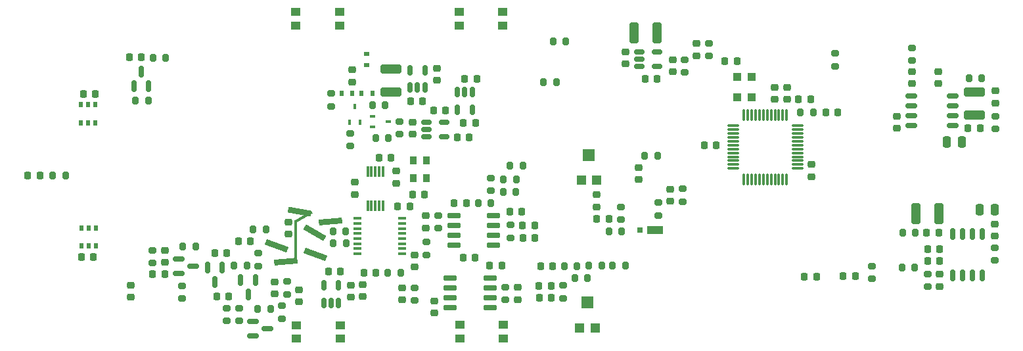
<source format=gbr>
%TF.GenerationSoftware,KiCad,Pcbnew,(6.0.4-0)*%
%TF.CreationDate,2024-04-11T20:32:21-04:00*%
%TF.ProjectId,SignalSnagger,5369676e-616c-4536-9e61-676765722e6b,rev?*%
%TF.SameCoordinates,Original*%
%TF.FileFunction,Paste,Top*%
%TF.FilePolarity,Positive*%
%FSLAX46Y46*%
G04 Gerber Fmt 4.6, Leading zero omitted, Abs format (unit mm)*
G04 Created by KiCad (PCBNEW (6.0.4-0)) date 2024-04-11 20:32:21*
%MOMM*%
%LPD*%
G01*
G04 APERTURE LIST*
G04 Aperture macros list*
%AMRoundRect*
0 Rectangle with rounded corners*
0 $1 Rounding radius*
0 $2 $3 $4 $5 $6 $7 $8 $9 X,Y pos of 4 corners*
0 Add a 4 corners polygon primitive as box body*
4,1,4,$2,$3,$4,$5,$6,$7,$8,$9,$2,$3,0*
0 Add four circle primitives for the rounded corners*
1,1,$1+$1,$2,$3*
1,1,$1+$1,$4,$5*
1,1,$1+$1,$6,$7*
1,1,$1+$1,$8,$9*
0 Add four rect primitives between the rounded corners*
20,1,$1+$1,$2,$3,$4,$5,0*
20,1,$1+$1,$4,$5,$6,$7,0*
20,1,$1+$1,$6,$7,$8,$9,0*
20,1,$1+$1,$8,$9,$2,$3,0*%
%AMRotRect*
0 Rectangle, with rotation*
0 The origin of the aperture is its center*
0 $1 length*
0 $2 width*
0 $3 Rotation angle, in degrees counterclockwise*
0 Add horizontal line*
21,1,$1,$2,0,0,$3*%
G04 Aperture macros list end*
%ADD10RoundRect,0.150000X0.150000X-0.625000X0.150000X0.625000X-0.150000X0.625000X-0.150000X-0.625000X0*%
%ADD11RoundRect,0.150000X-0.625000X-0.150000X0.625000X-0.150000X0.625000X0.150000X-0.625000X0.150000X0*%
%ADD12R,1.200000X1.200000*%
%ADD13R,1.600000X1.500000*%
%ADD14RoundRect,0.225000X0.250000X-0.225000X0.250000X0.225000X-0.250000X0.225000X-0.250000X-0.225000X0*%
%ADD15RoundRect,0.225000X-0.250000X0.225000X-0.250000X-0.225000X0.250000X-0.225000X0.250000X0.225000X0*%
%ADD16R,0.600000X0.700000*%
%ADD17RoundRect,0.225000X-0.225000X-0.250000X0.225000X-0.250000X0.225000X0.250000X-0.225000X0.250000X0*%
%ADD18RoundRect,0.200000X0.275000X-0.200000X0.275000X0.200000X-0.275000X0.200000X-0.275000X-0.200000X0*%
%ADD19RoundRect,0.200000X-0.275000X0.200000X-0.275000X-0.200000X0.275000X-0.200000X0.275000X0.200000X0*%
%ADD20RoundRect,0.200000X-0.200000X-0.275000X0.200000X-0.275000X0.200000X0.275000X-0.200000X0.275000X0*%
%ADD21RoundRect,0.200000X0.200000X0.275000X-0.200000X0.275000X-0.200000X-0.275000X0.200000X-0.275000X0*%
%ADD22RoundRect,0.225000X0.225000X0.250000X-0.225000X0.250000X-0.225000X-0.250000X0.225000X-0.250000X0*%
%ADD23RoundRect,0.150000X-0.150000X0.587500X-0.150000X-0.587500X0.150000X-0.587500X0.150000X0.587500X0*%
%ADD24RoundRect,0.250000X-0.325000X-1.100000X0.325000X-1.100000X0.325000X1.100000X-0.325000X1.100000X0*%
%ADD25R,0.300000X1.400000*%
%ADD26RoundRect,0.250000X-0.250000X-0.475000X0.250000X-0.475000X0.250000X0.475000X-0.250000X0.475000X0*%
%ADD27RoundRect,0.150000X0.150000X-0.512500X0.150000X0.512500X-0.150000X0.512500X-0.150000X-0.512500X0*%
%ADD28R,0.510000X0.700000*%
%ADD29RoundRect,0.150000X-0.725000X-0.150000X0.725000X-0.150000X0.725000X0.150000X-0.725000X0.150000X0*%
%ADD30R,1.200000X1.000000*%
%ADD31RoundRect,0.150000X-0.587500X-0.150000X0.587500X-0.150000X0.587500X0.150000X-0.587500X0.150000X0*%
%ADD32RoundRect,0.150000X-0.150000X0.512500X-0.150000X-0.512500X0.150000X-0.512500X0.150000X0.512500X0*%
%ADD33RoundRect,0.150000X0.150000X-0.587500X0.150000X0.587500X-0.150000X0.587500X-0.150000X-0.587500X0*%
%ADD34R,0.900000X1.000000*%
%ADD35RoundRect,0.250000X0.325000X1.100000X-0.325000X1.100000X-0.325000X-1.100000X0.325000X-1.100000X0*%
%ADD36R,1.000000X0.400000*%
%ADD37RoundRect,0.150000X-0.512500X-0.150000X0.512500X-0.150000X0.512500X0.150000X-0.512500X0.150000X0*%
%ADD38RoundRect,0.075000X0.075000X-0.662500X0.075000X0.662500X-0.075000X0.662500X-0.075000X-0.662500X0*%
%ADD39RoundRect,0.075000X0.662500X-0.075000X0.662500X0.075000X-0.662500X0.075000X-0.662500X-0.075000X0*%
%ADD40R,0.450000X0.700000*%
%ADD41RoundRect,0.218750X0.218750X0.256250X-0.218750X0.256250X-0.218750X-0.256250X0.218750X-0.256250X0*%
%ADD42R,0.700000X0.450000*%
%ADD43R,1.000000X1.050000*%
%ADD44RoundRect,0.250000X1.100000X-0.325000X1.100000X0.325000X-1.100000X0.325000X-1.100000X-0.325000X0*%
%ADD45R,0.700000X0.600000*%
%ADD46R,2.000000X1.100000*%
%ADD47R,0.800000X0.800000*%
%ADD48RotRect,0.750000X3.000000X70.000000*%
%ADD49RotRect,0.750000X3.000000X60.000000*%
%ADD50RotRect,0.750000X3.000000X95.000000*%
%ADD51RotRect,0.350000X2.500000X300.000000*%
%ADD52RotRect,0.750000X3.000000X80.000000*%
%ADD53R,0.350000X5.545000*%
G04 APERTURE END LIST*
D10*
%TO.C,U902*%
X203795000Y-109090000D03*
X205065000Y-109090000D03*
X206335000Y-109090000D03*
X207605000Y-109090000D03*
X207605000Y-103690000D03*
X206335000Y-103690000D03*
X205065000Y-103690000D03*
X203795000Y-103690000D03*
%TD*%
D11*
%TO.C,U304*%
X198460000Y-85955000D03*
X198460000Y-87225000D03*
X198460000Y-88495000D03*
X198460000Y-89765000D03*
X203860000Y-89765000D03*
X203860000Y-88495000D03*
X203860000Y-87225000D03*
X203860000Y-85955000D03*
%TD*%
D12*
%TO.C,RV901*%
X155770000Y-115820000D03*
D13*
X156770000Y-112570000D03*
D12*
X157770000Y-115820000D03*
%TD*%
%TO.C,RV302*%
X155950000Y-96805000D03*
D13*
X156950000Y-93555000D03*
D12*
X157950000Y-96805000D03*
%TD*%
D14*
%TO.C,C309*%
X157940000Y-100230000D03*
X157940000Y-98680000D03*
%TD*%
D15*
%TO.C,C924*%
X137050000Y-112375000D03*
X137050000Y-113925000D03*
%TD*%
D16*
%TO.C,D202*%
X126450000Y-85610000D03*
X125050000Y-85610000D03*
%TD*%
D17*
%TO.C,C902*%
X150525000Y-110390000D03*
X152075000Y-110390000D03*
%TD*%
D18*
%TO.C,R308*%
X161060000Y-101890000D03*
X161060000Y-100240000D03*
%TD*%
D15*
%TO.C,C114*%
X134450000Y-106415000D03*
X134450000Y-107965000D03*
%TD*%
D17*
%TO.C,C310*%
X148420000Y-104260000D03*
X149970000Y-104260000D03*
%TD*%
D18*
%TO.C,R214*%
X126210000Y-92395000D03*
X126210000Y-90745000D03*
%TD*%
D19*
%TO.C,R107*%
X104530000Y-110385000D03*
X104530000Y-112035000D03*
%TD*%
D20*
%TO.C,R320*%
X205925000Y-83660000D03*
X207575000Y-83660000D03*
%TD*%
D14*
%TO.C,C218*%
X167762500Y-82855000D03*
X167762500Y-81305000D03*
%TD*%
D20*
%TO.C,R307*%
X159505000Y-103375000D03*
X161155000Y-103375000D03*
%TD*%
D21*
%TO.C,R109*%
X125635000Y-103360000D03*
X123985000Y-103360000D03*
%TD*%
D22*
%TO.C,C215*%
X186275000Y-109190000D03*
X184725000Y-109190000D03*
%TD*%
D21*
%TO.C,R901*%
X156765000Y-109400000D03*
X155115000Y-109400000D03*
%TD*%
D23*
%TO.C,Q104*%
X113980000Y-109662500D03*
X112080000Y-109662500D03*
X113030000Y-111537500D03*
%TD*%
D14*
%TO.C,C213*%
X180917901Y-86389599D03*
X180917901Y-84839599D03*
%TD*%
D24*
%TO.C,C211*%
X162795000Y-77780000D03*
X165745000Y-77780000D03*
%TD*%
D18*
%TO.C,R310*%
X144330000Y-98175000D03*
X144330000Y-96525000D03*
%TD*%
D15*
%TO.C,C312*%
X202000000Y-82805000D03*
X202000000Y-84355000D03*
%TD*%
D17*
%TO.C,C313*%
X157955000Y-101795000D03*
X159505000Y-101795000D03*
%TD*%
D20*
%TO.C,R930*%
X156925000Y-107800000D03*
X158575000Y-107800000D03*
%TD*%
%TO.C,R931*%
X159995000Y-107760000D03*
X161645000Y-107760000D03*
%TD*%
D19*
%TO.C,R110*%
X118030000Y-109845000D03*
X118030000Y-111495000D03*
%TD*%
D25*
%TO.C,U202*%
X130435000Y-95650000D03*
X129935000Y-95650000D03*
X129435000Y-95650000D03*
X128935000Y-95650000D03*
X128435000Y-95650000D03*
X128435000Y-100050000D03*
X128935000Y-100050000D03*
X129435000Y-100050000D03*
X129935000Y-100050000D03*
X130435000Y-100050000D03*
%TD*%
D22*
%TO.C,C122*%
X142265000Y-106810000D03*
X140715000Y-106810000D03*
%TD*%
D19*
%TO.C,R911*%
X209230000Y-105505000D03*
X209230000Y-107155000D03*
%TD*%
D20*
%TO.C,R907*%
X197275000Y-108070000D03*
X198925000Y-108070000D03*
%TD*%
D22*
%TO.C,C207*%
X131465000Y-93870000D03*
X129915000Y-93870000D03*
%TD*%
D26*
%TO.C,C912*%
X207330000Y-100630000D03*
X209230000Y-100630000D03*
%TD*%
D20*
%TO.C,R304*%
X145895000Y-98310000D03*
X147545000Y-98310000D03*
%TD*%
D15*
%TO.C,C126*%
X119570000Y-110885000D03*
X119570000Y-112435000D03*
%TD*%
D14*
%TO.C,C901*%
X147740000Y-112155000D03*
X147740000Y-110605000D03*
%TD*%
D15*
%TO.C,C301*%
X163350000Y-95185000D03*
X163350000Y-96735000D03*
%TD*%
D14*
%TO.C,C209*%
X161660000Y-81795000D03*
X161660000Y-80245000D03*
%TD*%
D17*
%TO.C,C224*%
X136915000Y-87780000D03*
X138465000Y-87780000D03*
%TD*%
%TO.C,C112*%
X132300000Y-100210000D03*
X133850000Y-100210000D03*
%TD*%
D19*
%TO.C,R121*%
X110310000Y-113255000D03*
X110310000Y-114905000D03*
%TD*%
D17*
%TO.C,C101*%
X84650000Y-96184000D03*
X86200000Y-96184000D03*
%TD*%
D27*
%TO.C,U103*%
X122780000Y-112577500D03*
X123730000Y-112577500D03*
X124680000Y-112577500D03*
X124680000Y-110302500D03*
X122780000Y-110302500D03*
%TD*%
D14*
%TO.C,C212*%
X185637901Y-96339599D03*
X185637901Y-94789599D03*
%TD*%
D15*
%TO.C,C104*%
X97880000Y-110295000D03*
X97880000Y-111845000D03*
%TD*%
D17*
%TO.C,C910*%
X200595000Y-105660000D03*
X202145000Y-105660000D03*
%TD*%
D14*
%TO.C,C322*%
X209310000Y-86845000D03*
X209310000Y-85295000D03*
%TD*%
D22*
%TO.C,C918*%
X129515000Y-108730000D03*
X127965000Y-108730000D03*
%TD*%
D20*
%TO.C,R101*%
X87875000Y-96184000D03*
X89525000Y-96184000D03*
%TD*%
D28*
%TO.C,U105*%
X91550000Y-105270000D03*
X92500000Y-105270000D03*
X93450000Y-105270000D03*
X93450000Y-102950000D03*
X92500000Y-102950000D03*
X91550000Y-102950000D03*
%TD*%
D29*
%TO.C,U302*%
X139535000Y-101395000D03*
X139535000Y-102665000D03*
X139535000Y-103935000D03*
X139535000Y-105205000D03*
X144685000Y-105205000D03*
X144685000Y-103935000D03*
X144685000Y-102665000D03*
X144685000Y-101395000D03*
%TD*%
D20*
%TO.C,R311*%
X146765000Y-94920000D03*
X148415000Y-94920000D03*
%TD*%
D19*
%TO.C,R111*%
X117350000Y-112985000D03*
X117350000Y-114635000D03*
%TD*%
D18*
%TO.C,R103*%
X100730000Y-107455000D03*
X100730000Y-105805000D03*
%TD*%
D17*
%TO.C,C202*%
X171805000Y-92280000D03*
X173355000Y-92280000D03*
%TD*%
D29*
%TO.C,U901*%
X139065000Y-109415000D03*
X139065000Y-110685000D03*
X139065000Y-111955000D03*
X139065000Y-113225000D03*
X144215000Y-113225000D03*
X144215000Y-111955000D03*
X144215000Y-110685000D03*
X144215000Y-109415000D03*
%TD*%
D20*
%TO.C,R916*%
X153760000Y-107840000D03*
X155410000Y-107840000D03*
%TD*%
D30*
%TO.C,SW202*%
X145800000Y-76850000D03*
X140200000Y-76850000D03*
X145800000Y-75150000D03*
X140200000Y-75150000D03*
%TD*%
D18*
%TO.C,R309*%
X169010000Y-99570000D03*
X169010000Y-97920000D03*
%TD*%
D19*
%TO.C,R112*%
X135980000Y-104775000D03*
X135980000Y-106425000D03*
%TD*%
D31*
%TO.C,Q105*%
X113682500Y-114990000D03*
X113682500Y-116890000D03*
X115557500Y-115940000D03*
%TD*%
D32*
%TO.C,U207*%
X141910000Y-85432500D03*
X140960000Y-85432500D03*
X140010000Y-85432500D03*
X140010000Y-87707500D03*
X141910000Y-87707500D03*
%TD*%
D20*
%TO.C,R117*%
X142675000Y-99740000D03*
X144325000Y-99740000D03*
%TD*%
D33*
%TO.C,Q101*%
X98300000Y-84717500D03*
X100200000Y-84717500D03*
X99250000Y-82842500D03*
%TD*%
D15*
%TO.C,C319*%
X196670000Y-88535000D03*
X196670000Y-90085000D03*
%TD*%
D28*
%TO.C,U104*%
X93360000Y-87080000D03*
X92410000Y-87080000D03*
X91460000Y-87080000D03*
X91460000Y-89400000D03*
X92410000Y-89400000D03*
X93360000Y-89400000D03*
%TD*%
D18*
%TO.C,R213*%
X169312500Y-82915000D03*
X169312500Y-81265000D03*
%TD*%
D14*
%TO.C,C217*%
X170842500Y-80745000D03*
X170842500Y-79195000D03*
%TD*%
D18*
%TO.C,R215*%
X123710000Y-87270000D03*
X123710000Y-85620000D03*
%TD*%
D15*
%TO.C,C220*%
X137370000Y-82395000D03*
X137370000Y-83945000D03*
%TD*%
D21*
%TO.C,R207*%
X153975000Y-78960000D03*
X152325000Y-78960000D03*
%TD*%
D18*
%TO.C,R910*%
X200620000Y-110505000D03*
X200620000Y-108855000D03*
%TD*%
D17*
%TO.C,C225*%
X140785000Y-89420000D03*
X142335000Y-89420000D03*
%TD*%
D18*
%TO.C,R915*%
X134490000Y-112305000D03*
X134490000Y-110655000D03*
%TD*%
D14*
%TO.C,C321*%
X198580000Y-84375000D03*
X198580000Y-82825000D03*
%TD*%
D20*
%TO.C,R209*%
X184212901Y-88054599D03*
X185862901Y-88054599D03*
%TD*%
D34*
%TO.C,X202*%
X136000000Y-96510000D03*
X136000000Y-94210000D03*
X134300000Y-94210000D03*
X134300000Y-96510000D03*
%TD*%
D35*
%TO.C,C907*%
X202025000Y-101110000D03*
X199075000Y-101110000D03*
%TD*%
D17*
%TO.C,C117*%
X146755000Y-100880000D03*
X148305000Y-100880000D03*
%TD*%
D22*
%TO.C,C906*%
X202165000Y-107220000D03*
X200615000Y-107220000D03*
%TD*%
D36*
%TO.C,U102*%
X127105000Y-101710000D03*
X127105000Y-102360000D03*
X127105000Y-103010000D03*
X127105000Y-103660000D03*
X127105000Y-104310000D03*
X127105000Y-104960000D03*
X127105000Y-105610000D03*
X127105000Y-106260000D03*
X132905000Y-106260000D03*
X132905000Y-105610000D03*
X132905000Y-104960000D03*
X132905000Y-104310000D03*
X132905000Y-103660000D03*
X132905000Y-103010000D03*
X132905000Y-102360000D03*
X132905000Y-101710000D03*
%TD*%
D21*
%TO.C,R201*%
X130705000Y-87150000D03*
X129055000Y-87150000D03*
%TD*%
D20*
%TO.C,R909*%
X197375000Y-103540000D03*
X199025000Y-103540000D03*
%TD*%
D15*
%TO.C,C116*%
X135940000Y-101395000D03*
X135940000Y-102945000D03*
%TD*%
D22*
%TO.C,C102*%
X99285000Y-80980000D03*
X97735000Y-80980000D03*
%TD*%
%TO.C,C106*%
X113355000Y-104670000D03*
X111805000Y-104670000D03*
%TD*%
D37*
%TO.C,U206*%
X135982500Y-89330000D03*
X135982500Y-90280000D03*
X135982500Y-91230000D03*
X138257500Y-91230000D03*
X138257500Y-89330000D03*
%TD*%
D21*
%TO.C,R105*%
X106255000Y-105340000D03*
X104605000Y-105340000D03*
%TD*%
D38*
%TO.C,U201*%
X176927901Y-96697099D03*
X177427901Y-96697099D03*
X177927901Y-96697099D03*
X178427901Y-96697099D03*
X178927901Y-96697099D03*
X179427901Y-96697099D03*
X179927901Y-96697099D03*
X180427901Y-96697099D03*
X180927901Y-96697099D03*
X181427901Y-96697099D03*
X181927901Y-96697099D03*
X182427901Y-96697099D03*
D39*
X183840401Y-95284599D03*
X183840401Y-94784599D03*
X183840401Y-94284599D03*
X183840401Y-93784599D03*
X183840401Y-93284599D03*
X183840401Y-92784599D03*
X183840401Y-92284599D03*
X183840401Y-91784599D03*
X183840401Y-91284599D03*
X183840401Y-90784599D03*
X183840401Y-90284599D03*
X183840401Y-89784599D03*
D38*
X182427901Y-88372099D03*
X181927901Y-88372099D03*
X181427901Y-88372099D03*
X180927901Y-88372099D03*
X180427901Y-88372099D03*
X179927901Y-88372099D03*
X179427901Y-88372099D03*
X178927901Y-88372099D03*
X178427901Y-88372099D03*
X177927901Y-88372099D03*
X177427901Y-88372099D03*
X176927901Y-88372099D03*
D39*
X175515401Y-89784599D03*
X175515401Y-90284599D03*
X175515401Y-90784599D03*
X175515401Y-91284599D03*
X175515401Y-91784599D03*
X175515401Y-92284599D03*
X175515401Y-92784599D03*
X175515401Y-93284599D03*
X175515401Y-93784599D03*
X175515401Y-94284599D03*
X175515401Y-94784599D03*
X175515401Y-95284599D03*
%TD*%
D17*
%TO.C,C903*%
X150535000Y-111970000D03*
X152085000Y-111970000D03*
%TD*%
%TO.C,C226*%
X140955000Y-83730000D03*
X142505000Y-83730000D03*
%TD*%
D22*
%TO.C,C324*%
X207345000Y-90070000D03*
X205795000Y-90070000D03*
%TD*%
D37*
%TO.C,U204*%
X163482500Y-80240000D03*
X163482500Y-81190000D03*
X163482500Y-82140000D03*
X165757500Y-82140000D03*
X165757500Y-80240000D03*
%TD*%
D18*
%TO.C,R313*%
X165920000Y-101345000D03*
X165920000Y-99695000D03*
%TD*%
D21*
%TO.C,R102*%
X102405000Y-81000000D03*
X100755000Y-81000000D03*
%TD*%
D19*
%TO.C,R212*%
X172392500Y-79165000D03*
X172392500Y-80815000D03*
%TD*%
D17*
%TO.C,C118*%
X91545000Y-106720000D03*
X93095000Y-106720000D03*
%TD*%
D40*
%TO.C,Q202*%
X126130000Y-89325000D03*
X127430000Y-89325000D03*
X126780000Y-87325000D03*
%TD*%
D22*
%TO.C,C909*%
X202015000Y-103560000D03*
X200465000Y-103560000D03*
%TD*%
D21*
%TO.C,R914*%
X132705000Y-108700000D03*
X131055000Y-108700000D03*
%TD*%
D41*
%TO.C,L201*%
X185535401Y-86354599D03*
X183960401Y-86354599D03*
%TD*%
D19*
%TO.C,R205*%
X193410000Y-107865000D03*
X193410000Y-109515000D03*
%TD*%
D22*
%TO.C,C201*%
X135495000Y-86620000D03*
X133945000Y-86620000D03*
%TD*%
D20*
%TO.C,R118*%
X98535000Y-86570000D03*
X100185000Y-86570000D03*
%TD*%
%TO.C,R119*%
X114255000Y-113420000D03*
X115905000Y-113420000D03*
%TD*%
D18*
%TO.C,R322*%
X209300000Y-90185000D03*
X209300000Y-88535000D03*
%TD*%
D14*
%TO.C,C204*%
X126440000Y-84135000D03*
X126440000Y-82585000D03*
%TD*%
D19*
%TO.C,R122*%
X114350000Y-106205000D03*
X114350000Y-107855000D03*
%TD*%
D14*
%TO.C,C222*%
X134220000Y-90845000D03*
X134220000Y-89295000D03*
%TD*%
D30*
%TO.C,SW205*%
X140290000Y-115450000D03*
X145890000Y-115450000D03*
X140290000Y-117150000D03*
X145890000Y-117150000D03*
%TD*%
D27*
%TO.C,U203*%
X133910000Y-84877500D03*
X134860000Y-84877500D03*
X135810000Y-84877500D03*
X135810000Y-82602500D03*
X133910000Y-82602500D03*
%TD*%
D14*
%TO.C,C919*%
X132880000Y-112215000D03*
X132880000Y-110665000D03*
%TD*%
D42*
%TO.C,Q201*%
X129070000Y-88610000D03*
X129070000Y-89910000D03*
X131070000Y-89260000D03*
%TD*%
D18*
%TO.C,R903*%
X146140000Y-112200000D03*
X146140000Y-110550000D03*
%TD*%
D30*
%TO.C,SW201*%
X124800000Y-76850000D03*
X119200000Y-76850000D03*
X124800000Y-75150000D03*
X119200000Y-75150000D03*
%TD*%
D15*
%TO.C,C115*%
X126240000Y-110295000D03*
X126240000Y-111845000D03*
%TD*%
D14*
%TO.C,C206*%
X132095000Y-97185000D03*
X132095000Y-95635000D03*
%TD*%
D15*
%TO.C,C203*%
X182457901Y-84839599D03*
X182457901Y-86389599D03*
%TD*%
D22*
%TO.C,C219*%
X165755000Y-83730000D03*
X164205000Y-83730000D03*
%TD*%
D15*
%TO.C,C314*%
X167450000Y-97960000D03*
X167450000Y-99510000D03*
%TD*%
D17*
%TO.C,C214*%
X187485000Y-88030000D03*
X189035000Y-88030000D03*
%TD*%
D14*
%TO.C,C125*%
X116490000Y-111445000D03*
X116490000Y-109895000D03*
%TD*%
D22*
%TO.C,C110*%
X102275000Y-108910000D03*
X100725000Y-108910000D03*
%TD*%
D18*
%TO.C,R321*%
X198600000Y-81375000D03*
X198600000Y-79725000D03*
%TD*%
D43*
%TO.C,X901*%
X176052901Y-83484599D03*
X176052901Y-86084599D03*
X177902901Y-86084599D03*
X177902901Y-83484599D03*
%TD*%
D17*
%TO.C,C221*%
X174465000Y-81420000D03*
X176015000Y-81420000D03*
%TD*%
D44*
%TO.C,C210*%
X131400000Y-85445000D03*
X131400000Y-82495000D03*
%TD*%
D22*
%TO.C,C108*%
X93335000Y-85660000D03*
X91785000Y-85660000D03*
%TD*%
D17*
%TO.C,C311*%
X148390000Y-102660000D03*
X149940000Y-102660000D03*
%TD*%
D31*
%TO.C,Q103*%
X104092500Y-106910000D03*
X104092500Y-108810000D03*
X105967500Y-107860000D03*
%TD*%
D19*
%TO.C,R902*%
X153640000Y-110345000D03*
X153640000Y-111995000D03*
%TD*%
%TO.C,R113*%
X137510000Y-101345000D03*
X137510000Y-102995000D03*
%TD*%
D20*
%TO.C,R303*%
X164130000Y-93615000D03*
X165780000Y-93615000D03*
%TD*%
D19*
%TO.C,R120*%
X111880000Y-113265000D03*
X111880000Y-114915000D03*
%TD*%
D45*
%TO.C,D205*%
X128280000Y-80550000D03*
X128280000Y-81950000D03*
%TD*%
D26*
%TO.C,C325*%
X203080000Y-91880000D03*
X204980000Y-91880000D03*
%TD*%
D18*
%TO.C,R202*%
X132570000Y-90895000D03*
X132570000Y-89245000D03*
%TD*%
D21*
%TO.C,R206*%
X152745000Y-84150000D03*
X151095000Y-84150000D03*
%TD*%
D14*
%TO.C,C911*%
X209240000Y-103995000D03*
X209240000Y-102445000D03*
%TD*%
D44*
%TO.C,C320*%
X206650000Y-88385000D03*
X206650000Y-85435000D03*
%TD*%
D21*
%TO.C,R106*%
X115315000Y-103130000D03*
X113665000Y-103130000D03*
%TD*%
D30*
%TO.C,SW204*%
X124880000Y-115520000D03*
X119280000Y-115520000D03*
X124880000Y-117220000D03*
X119280000Y-117220000D03*
%TD*%
D17*
%TO.C,C923*%
X144165000Y-107820000D03*
X145715000Y-107820000D03*
%TD*%
D46*
%TO.C,D301*%
X165450000Y-103250000D03*
D47*
X163550000Y-103250000D03*
%TD*%
D14*
%TO.C,C208*%
X126795000Y-98615000D03*
X126795000Y-97065000D03*
%TD*%
D17*
%TO.C,C920*%
X150725000Y-107850000D03*
X152275000Y-107850000D03*
%TD*%
D15*
%TO.C,C113*%
X127800000Y-110255000D03*
X127800000Y-111805000D03*
%TD*%
D23*
%TO.C,Q102*%
X109690000Y-108022500D03*
X107790000Y-108022500D03*
X108740000Y-109897500D03*
%TD*%
D20*
%TO.C,R203*%
X129455000Y-91350000D03*
X131105000Y-91350000D03*
%TD*%
D17*
%TO.C,C121*%
X139605000Y-99750000D03*
X141155000Y-99750000D03*
%TD*%
D22*
%TO.C,C205*%
X135760000Y-98660000D03*
X134210000Y-98660000D03*
%TD*%
D15*
%TO.C,C105*%
X102270000Y-105855000D03*
X102270000Y-107405000D03*
%TD*%
D17*
%TO.C,C111*%
X123365000Y-108570000D03*
X124915000Y-108570000D03*
%TD*%
D18*
%TO.C,R306*%
X146805000Y-104225000D03*
X146805000Y-102575000D03*
%TD*%
%TO.C,R204*%
X188690000Y-82125000D03*
X188690000Y-80475000D03*
%TD*%
D16*
%TO.C,D201*%
X127630000Y-85610000D03*
X129030000Y-85610000D03*
%TD*%
D21*
%TO.C,R108*%
X125665000Y-104950000D03*
X124015000Y-104950000D03*
%TD*%
D22*
%TO.C,C127*%
X110515000Y-111730000D03*
X108965000Y-111730000D03*
%TD*%
D17*
%TO.C,C223*%
X139955000Y-91240000D03*
X141505000Y-91240000D03*
%TD*%
D21*
%TO.C,R104*%
X112865000Y-107770000D03*
X111215000Y-107770000D03*
%TD*%
D22*
%TO.C,C107*%
X110255000Y-106200000D03*
X108705000Y-106200000D03*
%TD*%
D21*
%TO.C,R305*%
X147575000Y-96690000D03*
X145925000Y-96690000D03*
%TD*%
D14*
%TO.C,C109*%
X118270000Y-103735000D03*
X118270000Y-102185000D03*
%TD*%
D15*
%TO.C,C908*%
X202170000Y-108925000D03*
X202170000Y-110475000D03*
%TD*%
D17*
%TO.C,C216*%
X189715000Y-109140000D03*
X191265000Y-109140000D03*
%TD*%
D48*
%TO.C,T101*%
X121710000Y-106340000D03*
D49*
X121640000Y-103580000D03*
D50*
X123630000Y-102110000D03*
X117920000Y-107290000D03*
D51*
X120200000Y-101490000D03*
D52*
X119640000Y-100840000D03*
D53*
X119195000Y-104742500D03*
D48*
X116700000Y-105290000D03*
%TD*%
M02*

</source>
